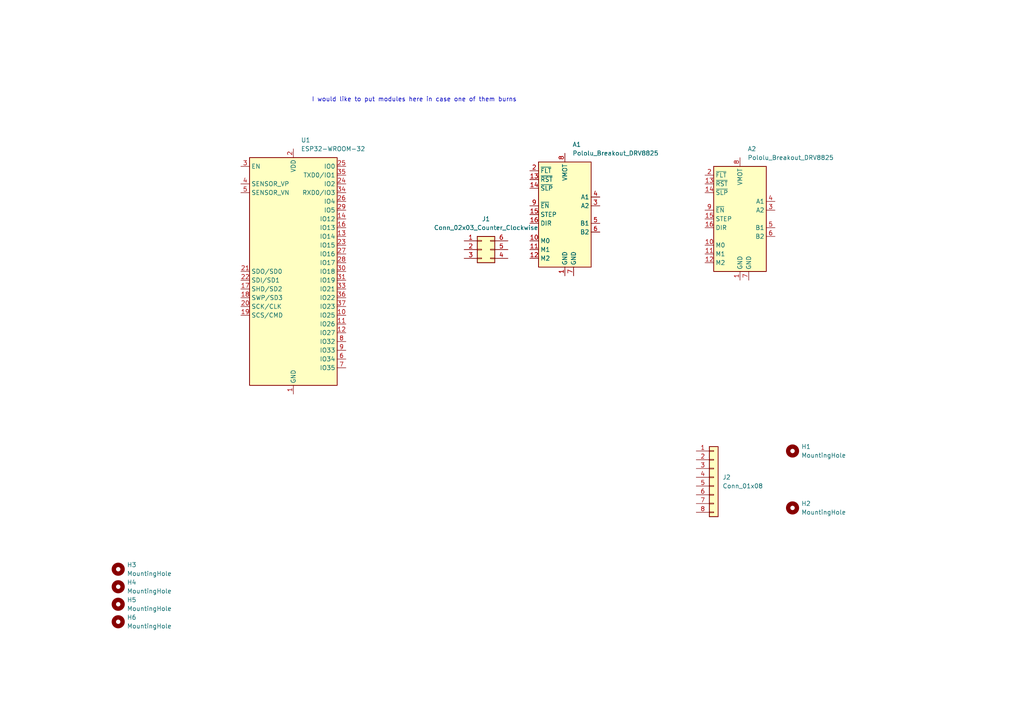
<source format=kicad_sch>
(kicad_sch (version 20231120) (generator "eeschema") (generator_version "8.0")
  (paper "A4")
  (lib_symbols
    (symbol "Connector_Generic:Conn_01x08" (pin_names (offset 1.016) hide)
      (property "Reference" "J" (at 0 10.16 0))
      (property "Value" "Conn_01x08" (at 0 -12.7 0))
      (symbol "Conn_01x08_1_1"
        (rectangle (start -1.27 -10.033) (end 0 -10.287) (stroke (width 0.1524)))
        (rectangle (start -1.27 -7.493) (end 0 -7.747) (stroke (width 0.1524)))
        (rectangle (start -1.27 -4.953) (end 0 -5.207) (stroke (width 0.1524)))
        (rectangle (start -1.27 -2.413) (end 0 -2.667) (stroke (width 0.1524)))
        (rectangle (start -1.27 0.127) (end 0 -0.127) (stroke (width 0.1524)))
        (rectangle (start -1.27 2.667) (end 0 2.413) (stroke (width 0.1524)))
        (rectangle (start -1.27 5.207) (end 0 4.953) (stroke (width 0.1524)))
        (rectangle (start -1.27 7.747) (end 0 7.493) (stroke (width 0.1524)))
        (rectangle (start -1.27 8.89) (end 1.27 -11.43) (stroke (width 0.254)) (fill (type background)))
        (pin passive line (at -5.08 7.62 0) (length 3.81) (name "Pin_1") (number "1"))
        (pin passive line (at -5.08 5.08 0) (length 3.81) (name "Pin_2") (number "2"))
        (pin passive line (at -5.08 2.54 0) (length 3.81) (name "Pin_3") (number "3"))
        (pin passive line (at -5.08 0 0) (length 3.81) (name "Pin_4") (number "4"))
        (pin passive line (at -5.08 -2.54 0) (length 3.81) (name "Pin_5") (number "5"))
        (pin passive line (at -5.08 -5.08 0) (length 3.81) (name "Pin_6") (number "6"))
        (pin passive line (at -5.08 -7.62 0) (length 3.81) (name "Pin_7") (number "7"))
        (pin passive line (at -5.08 -10.16 0) (length 3.81) (name "Pin_8") (number "8"))
      )
    )
    (symbol "Connector_Generic:Conn_02x03_Counter_Clockwise" (pin_names (offset 1.016) hide)
      (property "Reference" "J" (at 1.27 5.08 0))
      (property "Value" "Conn_02x03_Counter_Clockwise" (at 1.27 -5.08 0))
      (symbol "Conn_02x03_Counter_Clockwise_1_1"
        (rectangle (start -1.27 -2.413) (end 0 -2.667) (stroke (width 0.1524)))
        (rectangle (start -1.27 0.127) (end 0 -0.127) (stroke (width 0.1524)))
        (rectangle (start -1.27 2.667) (end 0 2.413) (stroke (width 0.1524)))
        (rectangle (start -1.27 3.81) (end 3.81 -3.81) (stroke (width 0.254)) (fill (type background)))
        (rectangle (start 3.81 -2.413) (end 2.54 -2.667) (stroke (width 0.1524)))
        (rectangle (start 3.81 0.127) (end 2.54 -0.127) (stroke (width 0.1524)))
        (rectangle (start 3.81 2.667) (end 2.54 2.413) (stroke (width 0.1524)))
        (pin passive line (at -5.08 2.54 0) (length 3.81) (name "Pin_1") (number "1"))
        (pin passive line (at -5.08 0 0) (length 3.81) (name "Pin_2") (number "2"))
        (pin passive line (at -5.08 -2.54 0) (length 3.81) (name "Pin_3") (number "3"))
        (pin passive line (at 7.62 -2.54 180) (length 3.81) (name "Pin_4") (number "4"))
        (pin passive line (at 7.62 0 180) (length 3.81) (name "Pin_5") (number "5"))
        (pin passive line (at 7.62 2.54 180) (length 3.81) (name "Pin_6") (number "6"))
      )
    )
    (symbol "Driver_Motor:Pololu_Breakout_DRV8825"
      (property "Reference" "A" (at -2.54 16.51 0))
      (property "Value" "Pololu_Breakout_DRV8825" (at -2.54 13.97 0))
      (symbol "Pololu_Breakout_DRV8825_0_1"
        (rectangle (start 7.62 -17.78) (end -7.62 12.7) (stroke (width 0.254)) (fill (type background)))
      )
      (symbol "Pololu_Breakout_DRV8825_1_1"
        (pin power_in line (at 0 -20.32 90) (length 2.54) (name "GND") (number "1"))
        (pin input line (at -10.16 -10.16 0) (length 2.54) (name "M0") (number "10"))
        (pin input line (at -10.16 -12.7 0) (length 2.54) (name "M1") (number "11"))
        (pin input line (at -10.16 -15.24 0) (length 2.54) (name "M2") (number "12"))
        (pin input line (at -10.16 7.62 0) (length 2.54) (name "~{RST}") (number "13"))
        (pin input line (at -10.16 5.08 0) (length 2.54) (name "~{SLP}") (number "14"))
        (pin input line (at -10.16 -2.54 0) (length 2.54) (name "STEP") (number "15"))
        (pin input line (at -10.16 -5.08 0) (length 2.54) (name "DIR") (number "16"))
        (pin output line (at -10.16 10.16 0) (length 2.54) (name "~{FLT}") (number "2"))
        (pin output line (at 10.16 0 180) (length 2.54) (name "A2") (number "3"))
        (pin output line (at 10.16 2.54 180) (length 2.54) (name "A1") (number "4"))
        (pin output line (at 10.16 -5.08 180) (length 2.54) (name "B1") (number "5"))
        (pin output line (at 10.16 -7.62 180) (length 2.54) (name "B2") (number "6"))
        (pin power_in line (at 2.54 -20.32 90) (length 2.54) (name "GND") (number "7"))
        (pin power_in line (at 0 15.24 270) (length 2.54) (name "VMOT") (number "8"))
        (pin input line (at -10.16 0 0) (length 2.54) (name "~{EN}") (number "9"))
      )
    )
    (symbol "Mechanical:MountingHole" (pin_names (offset 1.016)) (exclude_from_sim yes) (in_bom no)
      (property "Reference" "H" (at 0 5.08 0))
      (property "Value" "MountingHole" (at 0 3.175 0))
      (symbol "MountingHole_0_1"
        (circle (center 0 0) (radius 1.27) (stroke (width 1.27)))
      )
    )
    (symbol "RF_Module:ESP32-WROOM-32"
      (property "Reference" "U" (at -12.7 34.29 0))
      (property "Value" "ESP32-WROOM-32" (at 1.27 34.29 0))
      (symbol "ESP32-WROOM-32_0_1"
        (rectangle (start -12.7 33.02) (end 12.7 -33.02) (stroke (width 0.254)) (fill (type background)))
      )
      (symbol "ESP32-WROOM-32_1_1"
        (pin power_in line (at 0 -35.56 90) (length 2.54) (name "GND") (number "1"))
        (pin bidirectional line (at 15.24 -12.7 180) (length 2.54) (name "IO25") (number "10"))
        (pin bidirectional line (at 15.24 -15.24 180) (length 2.54) (name "IO26") (number "11"))
        (pin bidirectional line (at 15.24 -17.78 180) (length 2.54) (name "IO27") (number "12"))
        (pin bidirectional line (at 15.24 10.16 180) (length 2.54) (name "IO14") (number "13"))
        (pin bidirectional line (at 15.24 15.24 180) (length 2.54) (name "IO12") (number "14"))
        (pin passive line (at 0 -35.56 90) (length 2.54) hide (name "GND") (number "15"))
        (pin bidirectional line (at 15.24 12.7 180) (length 2.54) (name "IO13") (number "16"))
        (pin bidirectional line (at -15.24 -5.08 0) (length 2.54) (name "SHD/SD2") (number "17"))
        (pin bidirectional line (at -15.24 -7.62 0) (length 2.54) (name "SWP/SD3") (number "18"))
        (pin bidirectional line (at -15.24 -12.7 0) (length 2.54) (name "SCS/CMD") (number "19"))
        (pin power_in line (at 0 35.56 270) (length 2.54) (name "VDD") (number "2"))
        (pin bidirectional line (at -15.24 -10.16 0) (length 2.54) (name "SCK/CLK") (number "20"))
        (pin bidirectional line (at -15.24 0 0) (length 2.54) (name "SDO/SD0") (number "21"))
        (pin bidirectional line (at -15.24 -2.54 0) (length 2.54) (name "SDI/SD1") (number "22"))
        (pin bidirectional line (at 15.24 7.62 180) (length 2.54) (name "IO15") (number "23"))
        (pin bidirectional line (at 15.24 25.4 180) (length 2.54) (name "IO2") (number "24"))
        (pin bidirectional line (at 15.24 30.48 180) (length 2.54) (name "IO0") (number "25"))
        (pin bidirectional line (at 15.24 20.32 180) (length 2.54) (name "IO4") (number "26"))
        (pin bidirectional line (at 15.24 5.08 180) (length 2.54) (name "IO16") (number "27"))
        (pin bidirectional line (at 15.24 2.54 180) (length 2.54) (name "IO17") (number "28"))
        (pin bidirectional line (at 15.24 17.78 180) (length 2.54) (name "IO5") (number "29"))
        (pin input line (at -15.24 30.48 0) (length 2.54) (name "EN") (number "3"))
        (pin bidirectional line (at 15.24 0 180) (length 2.54) (name "IO18") (number "30"))
        (pin bidirectional line (at 15.24 -2.54 180) (length 2.54) (name "IO19") (number "31"))
        (pin no_connect line (at -12.7 -27.94 0) (length 2.54) hide (name "NC") (number "32"))
        (pin bidirectional line (at 15.24 -5.08 180) (length 2.54) (name "IO21") (number "33"))
        (pin bidirectional line (at 15.24 22.86 180) (length 2.54) (name "RXD0/IO3") (number "34"))
        (pin bidirectional line (at 15.24 27.94 180) (length 2.54) (name "TXD0/IO1") (number "35"))
        (pin bidirectional line (at 15.24 -7.62 180) (length 2.54) (name "IO22") (number "36"))
        (pin bidirectional line (at 15.24 -10.16 180) (length 2.54) (name "IO23") (number "37"))
        (pin passive line (at 0 -35.56 90) (length 2.54) hide (name "GND") (number "38"))
        (pin passive line (at 0 -35.56 90) (length 2.54) hide (name "GND") (number "39"))
        (pin input line (at -15.24 25.4 0) (length 2.54) (name "SENSOR_VP") (number "4"))
        (pin input line (at -15.24 22.86 0) (length 2.54) (name "SENSOR_VN") (number "5"))
        (pin input line (at 15.24 -25.4 180) (length 2.54) (name "IO34") (number "6"))
        (pin input line (at 15.24 -27.94 180) (length 2.54) (name "IO35") (number "7"))
        (pin bidirectional line (at 15.24 -20.32 180) (length 2.54) (name "IO32") (number "8"))
        (pin bidirectional line (at 15.24 -22.86 180) (length 2.54) (name "IO33") (number "9"))
      )
    )
  )
  (text "I would like to put modules here in case one of them burns" (at 120.142 28.956 0) (effects (font (size 1.27 1.27))))
  (symbol (lib_id "RF_Module:ESP32-WROOM-32") (at 85.09 78.74 0) (unit 1)
    (property "Reference" "U1" (at 87.2841 40.64 0) (effects (justify left)))
    (property "Value" "ESP32-WROOM-32" (at 87.2841 43.18 0) (effects (justify left)))
    (property "Footprint" "RF_Module:ESP32-WROOM-32" (effects (hide yes)))
    (property "Datasheet" "https://www.espressif.com/sites/default/files/documentation/esp32-wroom-32_datasheet_en.pdf" (effects (hide yes)))
    (property "Description" "RF Module, ESP32-D0WDQ6 SoC, Wi-Fi 802.11b/g/n, Bluetooth, BLE, 32-bit, 2.7-3.6V, onboard antenna, SMD" (effects (hide yes)))
  )
  (symbol (lib_id "Driver_Motor:Pololu_Breakout_DRV8825") (at 163.83 59.69 0) (unit 1)
    (property "Reference" "A1" (at 166.0241 41.91 0) (effects (justify left)))
    (property "Value" "Pololu_Breakout_DRV8825" (at 166.0241 44.45 0) (effects (justify left)))
    (property "Footprint" "Module:Pololu_Breakout-16_15.2x20.3mm" (effects (hide yes)))
    (property "Datasheet" "https://www.pololu.com/product/2982" (effects (hide yes)))
    (property "Description" "Pololu Breakout Board, Stepper Driver DRV8825" (effects (hide yes)))
  )
  (symbol (lib_id "Connector_Generic:Conn_02x03_Counter_Clockwise") (at 139.7 72.39 0) (unit 1)
    (property "Reference" "J1" (at 140.97 63.5 0))
    (property "Value" "Conn_02x03_Counter_Clockwise" (at 140.97 66.04 0))
    (property "Description" "Generic connector, double row, 02x03, counter clockwise pin numbering scheme (similar to DIP package numbering), script generated (kicad-library-utils/schlib/autogen/connector/)" (effects (hide yes)))
  )
  (symbol (lib_id "Mechanical:MountingHole") (at 34.29 165.1 0) (unit 1) (exclude_from_sim yes) (in_bom no)
    (property "Reference" "H3" (at 36.83 163.8299 0) (effects (justify left)))
    (property "Value" "MountingHole" (at 36.83 166.3699 0) (effects (justify left)))
    (property "Description" "Mounting Hole without connection" (effects (hide yes)))
  )
  (symbol (lib_id "Driver_Motor:Pololu_Breakout_DRV8825") (at 214.63 60.96 0) (unit 1)
    (property "Reference" "A2" (at 216.8241 43.18 0) (effects (justify left)))
    (property "Value" "Pololu_Breakout_DRV8825" (at 216.8241 45.72 0) (effects (justify left)))
    (property "Footprint" "Module:Pololu_Breakout-16_15.2x20.3mm" (effects (hide yes)))
    (property "Datasheet" "https://www.pololu.com/product/2982" (effects (hide yes)))
    (property "Description" "Pololu Breakout Board, Stepper Driver DRV8825" (effects (hide yes)))
  )
  (symbol (lib_id "Mechanical:MountingHole") (at 34.29 175.26 0) (unit 1) (exclude_from_sim yes) (in_bom no)
    (property "Reference" "H5" (at 36.83 173.9899 0) (effects (justify left)))
    (property "Value" "MountingHole" (at 36.83 176.5299 0) (effects (justify left)))
    (property "Description" "Mounting Hole without connection" (effects (hide yes)))
  )
  (symbol (lib_id "Connector_Generic:Conn_01x08") (at 207.01 138.43 0) (unit 1)
    (property "Reference" "J2" (at 209.55 138.4299 0) (effects (justify left)))
    (property "Value" "Conn_01x08" (at 209.55 140.9699 0) (effects (justify left)))
    (property "Description" "Generic connector, single row, 01x08, script generated (kicad-library-utils/schlib/autogen/connector/)" (effects (hide yes)))
  )
  (symbol (lib_id "Mechanical:MountingHole") (at 34.29 180.34 0) (unit 1) (exclude_from_sim yes) (in_bom no)
    (property "Reference" "H6" (at 36.83 179.0699 0) (effects (justify left)))
    (property "Value" "MountingHole" (at 36.83 181.6099 0) (effects (justify left)))
    (property "Description" "Mounting Hole without connection" (effects (hide yes)))
  )
  (symbol (lib_id "Mechanical:MountingHole") (at 34.29 170.18 0) (unit 1) (exclude_from_sim yes) (in_bom no)
    (property "Reference" "H4" (at 36.83 168.9099 0) (effects (justify left)))
    (property "Value" "MountingHole" (at 36.83 171.4499 0) (effects (justify left)))
    (property "Description" "Mounting Hole without connection" (effects (hide yes)))
  )
  (symbol (lib_id "Mechanical:MountingHole") (at 229.87 147.32 0) (unit 1) (exclude_from_sim yes) (in_bom no)
    (property "Reference" "H2" (at 232.41 146.0499 0) (effects (justify left)))
    (property "Value" "MountingHole" (at 232.41 148.5899 0) (effects (justify left)))
    (property "Description" "Mounting Hole without connection" (effects (hide yes)))
  )
  (symbol (lib_id "Mechanical:MountingHole") (at 229.87 130.81 0) (unit 1) (exclude_from_sim yes) (in_bom no)
    (property "Reference" "H1" (at 232.41 129.5399 0) (effects (justify left)))
    (property "Value" "MountingHole" (at 232.41 132.0799 0) (effects (justify left)))
    (property "Description" "Mounting Hole without connection" (effects (hide yes)))
  )
)
</source>
